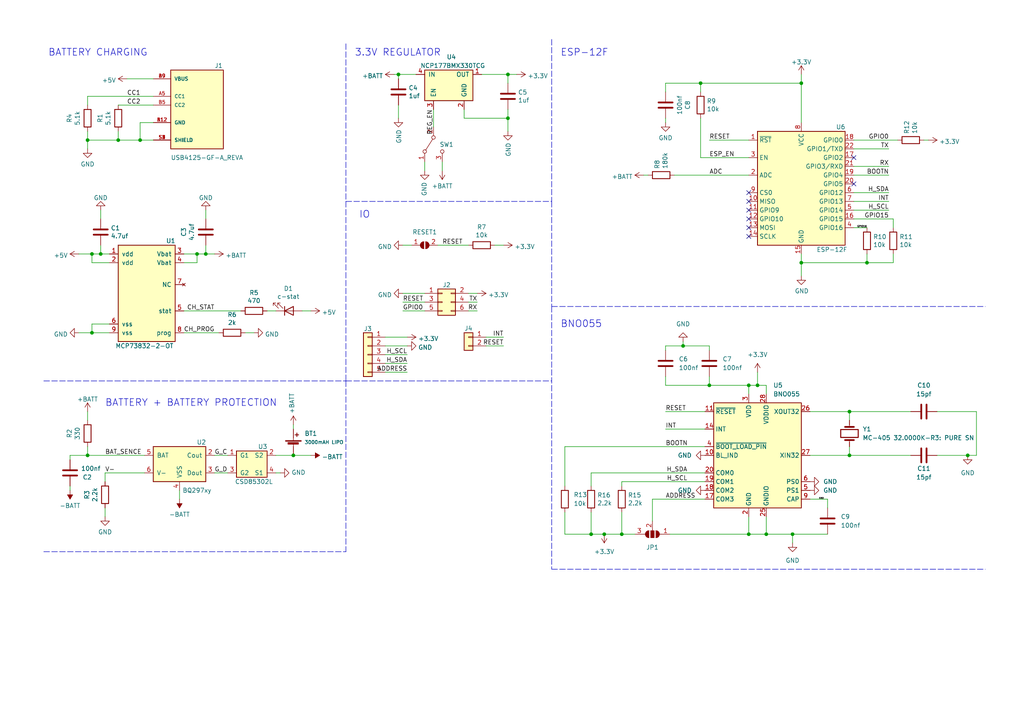
<source format=kicad_sch>
(kicad_sch (version 20211123) (generator eeschema)
  (paper "A4")
  (title_block (title "slime_minimax with bno055") (date "2022-11-16") (rev "a"))
  (lib_symbols
    (symbol "Battery_Management:BQ297xy" (pin_names (offset 1.016))
      (property "Reference" "U" (at -6.35 6.35 0))
      (property "Value" "BQ297xy" (at 5.08 -6.35 0))
      (symbol "BQ297xy_0_1"
        (rectangle (start -7.62 5.08) (end 7.62 -5.08) (stroke (width 0.254)) (fill (type background)))
      )
      (symbol "BQ297xy_1_1"
        (pin no_connect line (at 7.62 0 180) (length 2.54) hide (name "NC") (number "1"))
        (pin output line (at 10.16 2.54 180) (length 2.54) (name "Cout") (number "2"))
        (pin output line (at 10.16 -2.54 180) (length 2.54) (name "Dout") (number "3"))
        (pin power_in line (at 0 -7.62 90) (length 2.54) (name "VSS") (number "4"))
        (pin input line (at -10.16 2.54 0) (length 2.54) (name "BAT") (number "5"))
        (pin input line (at -10.16 -2.54 0) (length 2.54) (name "V-") (number "6"))
      )
    )
    (symbol "Connector_Generic:Conn_01x02" (pin_names (offset 1.016) hide)
      (property "Reference" "J" (at 0 2.54 0))
      (property "Value" "Conn_01x02" (at 0 -5.08 0))
      (symbol "Conn_01x02_1_1"
        (rectangle (start -1.27 -2.413) (end 0 -2.667) (stroke (width 0.1524)))
        (rectangle (start -1.27 0.127) (end 0 -0.127) (stroke (width 0.1524)))
        (rectangle (start -1.27 1.27) (end 1.27 -3.81) (stroke (width 0.254)) (fill (type background)))
        (pin passive line (at -5.08 0 0) (length 3.81) (name "Pin_1") (number "1"))
        (pin passive line (at -5.08 -2.54 0) (length 3.81) (name "Pin_2") (number "2"))
      )
    )
    (symbol "Connector_Generic:Conn_01x05" (pin_names (offset 1.016) hide)
      (property "Reference" "J" (at 0 7.62 0))
      (property "Value" "Conn_01x05" (at 0 -7.62 0))
      (symbol "Conn_01x05_1_1"
        (rectangle (start -1.27 -4.953) (end 0 -5.207) (stroke (width 0.1524)))
        (rectangle (start -1.27 -2.413) (end 0 -2.667) (stroke (width 0.1524)))
        (rectangle (start -1.27 0.127) (end 0 -0.127) (stroke (width 0.1524)))
        (rectangle (start -1.27 2.667) (end 0 2.413) (stroke (width 0.1524)))
        (rectangle (start -1.27 5.207) (end 0 4.953) (stroke (width 0.1524)))
        (rectangle (start -1.27 6.35) (end 1.27 -6.35) (stroke (width 0.254)) (fill (type background)))
        (pin passive line (at -5.08 5.08 0) (length 3.81) (name "Pin_1") (number "1"))
        (pin passive line (at -5.08 2.54 0) (length 3.81) (name "Pin_2") (number "2"))
        (pin passive line (at -5.08 0 0) (length 3.81) (name "Pin_3") (number "3"))
        (pin passive line (at -5.08 -2.54 0) (length 3.81) (name "Pin_4") (number "4"))
        (pin passive line (at -5.08 -5.08 0) (length 3.81) (name "Pin_5") (number "5"))
      )
    )
    (symbol "Connector_Generic:Conn_02x03_Odd_Even" (pin_names (offset 1.016) hide)
      (property "Reference" "J" (at 1.27 5.08 0))
      (property "Value" "Conn_02x03_Odd_Even" (at 1.27 -5.08 0))
      (symbol "Conn_02x03_Odd_Even_1_1"
        (rectangle (start -1.27 -2.413) (end 0 -2.667) (stroke (width 0.1524)))
        (rectangle (start -1.27 0.127) (end 0 -0.127) (stroke (width 0.1524)))
        (rectangle (start -1.27 2.667) (end 0 2.413) (stroke (width 0.1524)))
        (rectangle (start -1.27 3.81) (end 3.81 -3.81) (stroke (width 0.254)) (fill (type background)))
        (rectangle (start 3.81 -2.413) (end 2.54 -2.667) (stroke (width 0.1524)))
        (rectangle (start 3.81 0.127) (end 2.54 -0.127) (stroke (width 0.1524)))
        (rectangle (start 3.81 2.667) (end 2.54 2.413) (stroke (width 0.1524)))
        (pin passive line (at -5.08 2.54 0) (length 3.81) (name "Pin_1") (number "1"))
        (pin passive line (at 7.62 2.54 180) (length 3.81) (name "Pin_2") (number "2"))
        (pin passive line (at -5.08 0 0) (length 3.81) (name "Pin_3") (number "3"))
        (pin passive line (at 7.62 0 180) (length 3.81) (name "Pin_4") (number "4"))
        (pin passive line (at -5.08 -2.54 0) (length 3.81) (name "Pin_5") (number "5"))
        (pin passive line (at 7.62 -2.54 180) (length 3.81) (name "Pin_6") (number "6"))
      )
    )
    (symbol "Device:Battery_Cell" (pin_numbers hide) (pin_names (offset 0) hide)
      (property "Reference" "BT" (at 2.54 2.54 0))
      (property "Value" "Battery_Cell" (at 2.54 0 0))
      (symbol "Battery_Cell_0_1"
        (rectangle (start -2.286 1.778) (end 2.286 1.524) (fill (type outline)))
        (rectangle (start -1.5748 1.1938) (end 1.4732 0.6858) (fill (type outline)))
        (polyline (pts (xy 0 0.762) (xy 0 0)))
        (polyline (pts (xy 0 1.778) (xy 0 2.54)))
        (polyline (pts (xy 0.508 3.429) (xy 1.524 3.429)) (stroke (width 0.254)))
        (polyline (pts (xy 1.016 3.937) (xy 1.016 2.921)) (stroke (width 0.254)))
      )
      (symbol "Battery_Cell_1_1"
        (pin passive line (at 0 5.08 270) (length 2.54) (name "+") (number "1"))
        (pin passive line (at 0 -2.54 90) (length 2.54) (name "-") (number "2"))
      )
    )
    (symbol "Device:C" (pin_numbers hide) (pin_names (offset 0.254))
      (property "Reference" "C" (at 0.635 2.54 0))
      (property "Value" "C" (at 0.635 -2.54 0))
      (symbol "C_0_1"
        (polyline (pts (xy -2.032 -0.762) (xy 2.032 -0.762)) (stroke (width 0.508)))
        (polyline (pts (xy -2.032 0.762) (xy 2.032 0.762)) (stroke (width 0.508)))
      )
      (symbol "C_1_1"
        (pin passive line (at 0 3.81 270) (length 2.794) (name "~") (number "1"))
        (pin passive line (at 0 -3.81 90) (length 2.794) (name "~") (number "2"))
      )
    )
    (symbol "Device:Crystal" (pin_numbers hide) (pin_names (offset 1.016) hide)
      (property "Reference" "Y" (at 0 3.81 0))
      (property "Value" "Crystal" (at 0 -3.81 0))
      (symbol "Crystal_0_1"
        (rectangle (start -1.143 2.54) (end 1.143 -2.54) (stroke (width 0.3048)))
        (polyline (pts (xy -2.54 0) (xy -1.905 0)))
        (polyline (pts (xy -1.905 -1.27) (xy -1.905 1.27)) (stroke (width 0.508)))
        (polyline (pts (xy 1.905 -1.27) (xy 1.905 1.27)) (stroke (width 0.508)))
        (polyline (pts (xy 2.54 0) (xy 1.905 0)))
      )
      (symbol "Crystal_1_1"
        (pin passive line (at -3.81 0 0) (length 1.27) (name "1") (number "1"))
        (pin passive line (at 3.81 0 180) (length 1.27) (name "2") (number "2"))
      )
    )
    (symbol "Device:LED" (pin_numbers hide) (pin_names (offset 1.016) hide)
      (property "Reference" "D" (at 0 2.54 0))
      (property "Value" "LED" (at 0 -2.54 0))
      (symbol "LED_0_1"
        (polyline (pts (xy -1.27 -1.27) (xy -1.27 1.27)) (stroke (width 0.254)))
        (polyline (pts (xy -1.27 0) (xy 1.27 0)))
        (polyline (pts (xy 1.27 -1.27) (xy 1.27 1.27) (xy -1.27 0) (xy 1.27 -1.27)) (stroke (width 0.254)))
        (polyline (pts (xy -3.048 -0.762) (xy -4.572 -2.286) (xy -3.81 -2.286) (xy -4.572 -2.286) (xy -4.572 -1.524)))
        (polyline (pts (xy -1.778 -0.762) (xy -3.302 -2.286) (xy -2.54 -2.286) (xy -3.302 -2.286) (xy -3.302 -1.524)))
      )
      (symbol "LED_1_1"
        (pin passive line (at -3.81 0 0) (length 2.54) (name "K") (number "1"))
        (pin passive line (at 3.81 0 180) (length 2.54) (name "A") (number "2"))
      )
    )
    (symbol "Device:R" (pin_numbers hide) (pin_names (offset 0))
      (property "Reference" "R" (at 2.032 0 90))
      (property "Value" "R" (at 0 0 90))
      (symbol "R_0_1"
        (rectangle (start -1.016 -2.54) (end 1.016 2.54) (stroke (width 0.254)))
      )
      (symbol "R_1_1"
        (pin passive line (at 0 3.81 270) (length 1.27) (name "~") (number "1"))
        (pin passive line (at 0 -3.81 90) (length 1.27) (name "~") (number "2"))
      )
    )
    (symbol "Jumper:SolderJumper_2_Open" (pin_names (offset 0) hide)
      (property "Reference" "JP" (at 0 2.032 0))
      (property "Value" "SolderJumper_2_Open" (at 0 -2.54 0))
      (symbol "SolderJumper_2_Open_0_1"
        (arc (start -0.254 1.016) (mid -1.27 0) (end -0.254 -1.016))
        (arc (start -0.254 1.016) (mid -1.27 0) (end -0.254 -1.016) (fill (type outline)))
        (polyline (pts (xy -0.254 1.016) (xy -0.254 -1.016)))
        (polyline (pts (xy 0.254 1.016) (xy 0.254 -1.016)))
        (arc (start 0.254 -1.016) (mid 1.27 0) (end 0.254 1.016))
        (arc (start 0.254 -1.016) (mid 1.27 0) (end 0.254 1.016) (fill (type outline)))
      )
      (symbol "SolderJumper_2_Open_1_1"
        (pin passive line (at -3.81 0 0) (length 2.54) (name "A") (number "1"))
        (pin passive line (at 3.81 0 180) (length 2.54) (name "B") (number "2"))
      )
    )
    (symbol "Jumper:SolderJumper_3_Open" (pin_names (offset 0) hide)
      (property "Reference" "JP" (at -2.54 -2.54 0))
      (property "Value" "SolderJumper_3_Open" (at 0 2.794 0))
      (symbol "SolderJumper_3_Open_0_1"
        (arc (start -1.016 1.016) (mid -2.032 0) (end -1.016 -1.016))
        (arc (start -1.016 1.016) (mid -2.032 0) (end -1.016 -1.016) (fill (type outline)))
        (rectangle (start -0.508 1.016) (end 0.508 -1.016) (fill (type outline)))
        (polyline (pts (xy -2.54 0) (xy -2.032 0)))
        (polyline (pts (xy -1.016 1.016) (xy -1.016 -1.016)))
        (polyline (pts (xy 0 -1.27) (xy 0 -1.016)))
        (polyline (pts (xy 1.016 1.016) (xy 1.016 -1.016)))
        (polyline (pts (xy 2.54 0) (xy 2.032 0)))
        (arc (start 1.016 -1.016) (mid 2.032 0) (end 1.016 1.016))
        (arc (start 1.016 -1.016) (mid 2.032 0) (end 1.016 1.016) (fill (type outline)))
      )
      (symbol "SolderJumper_3_Open_1_1"
        (pin passive line (at -5.08 0 0) (length 2.54) (name "A") (number "1"))
        (pin passive line (at 0 -3.81 90) (length 2.54) (name "C") (number "2"))
        (pin passive line (at 5.08 0 180) (length 2.54) (name "B") (number "3"))
      )
    )
    (symbol "RF_Module:ESP-12E"
      (property "Reference" "U" (at -12.7 19.05 0))
      (property "Value" "ESP-12E" (at 12.7 19.05 0))
      (symbol "ESP-12E_0_1"
        (rectangle (start -12.7 17.78) (end 12.7 -15.24) (stroke (width 0.254)) (fill (type background)))
      )
      (symbol "ESP-12E_1_1"
        (pin input line (at -15.24 15.24 0) (length 2.54) (name "~{RST}") (number "1"))
        (pin bidirectional line (at -15.24 -2.54 0) (length 2.54) (name "MISO") (number "10"))
        (pin bidirectional line (at -15.24 -5.08 0) (length 2.54) (name "GPIO9") (number "11"))
        (pin bidirectional line (at -15.24 -7.62 0) (length 2.54) (name "GPIO10") (number "12"))
        (pin bidirectional line (at -15.24 -10.16 0) (length 2.54) (name "MOSI") (number "13"))
        (pin bidirectional line (at -15.24 -12.7 0) (length 2.54) (name "SCLK") (number "14"))
        (pin power_in line (at 0 -17.78 90) (length 2.54) (name "GND") (number "15"))
        (pin bidirectional line (at 15.24 -7.62 180) (length 2.54) (name "GPIO15") (number "16"))
        (pin bidirectional line (at 15.24 10.16 180) (length 2.54) (name "GPIO2") (number "17"))
        (pin bidirectional line (at 15.24 15.24 180) (length 2.54) (name "GPIO0") (number "18"))
        (pin bidirectional line (at 15.24 5.08 180) (length 2.54) (name "GPIO4") (number "19"))
        (pin input line (at -15.24 5.08 0) (length 2.54) (name "ADC") (number "2"))
        (pin bidirectional line (at 15.24 2.54 180) (length 2.54) (name "GPIO5") (number "20"))
        (pin bidirectional line (at 15.24 7.62 180) (length 2.54) (name "GPIO3/RXD") (number "21"))
        (pin bidirectional line (at 15.24 12.7 180) (length 2.54) (name "GPIO1/TXD") (number "22"))
        (pin input line (at -15.24 10.16 0) (length 2.54) (name "EN") (number "3"))
        (pin bidirectional line (at 15.24 -10.16 180) (length 2.54) (name "GPIO16") (number "4"))
        (pin bidirectional line (at 15.24 -5.08 180) (length 2.54) (name "GPIO14") (number "5"))
        (pin bidirectional line (at 15.24 0 180) (length 2.54) (name "GPIO12") (number "6"))
        (pin bidirectional line (at 15.24 -2.54 180) (length 2.54) (name "GPIO13") (number "7"))
        (pin power_in line (at 0 20.32 270) (length 2.54) (name "VCC") (number "8"))
        (pin input line (at -15.24 0 0) (length 2.54) (name "CS0") (number "9"))
      )
    )
    (symbol "Sensor_Motion:BNO055"
      (property "Reference" "U" (at -11.43 16.51 0))
      (property "Value" "BNO055" (at 12.7 16.51 0))
      (symbol "BNO055_0_1"
        (rectangle (start -12.7 15.24) (end 12.7 -15.24) (stroke (width 0.254)) (fill (type background)))
      )
      (symbol "BNO055_1_1"
        (pin no_connect line (at -12.7 10.16 0) (length 2.54) hide (name "PIN1") (number "1"))
        (pin output line (at -15.24 0 0) (length 2.54) (name "BL_IND") (number "10"))
        (pin input line (at -15.24 12.7 0) (length 2.54) (name "~{RESET}") (number "11"))
        (pin no_connect line (at 12.7 10.16 180) (length 2.54) hide (name "PIN12") (number "12"))
        (pin no_connect line (at 12.7 7.62 180) (length 2.54) hide (name "PIN13") (number "13"))
        (pin output line (at -15.24 7.62 0) (length 2.54) (name "INT") (number "14"))
        (pin passive line (at 2.54 -17.78 90) (length 2.54) hide (name "GNDIO") (number "15"))
        (pin passive line (at 2.54 -17.78 90) (length 2.54) hide (name "GNDIO") (number "16"))
        (pin input line (at -15.24 -12.7 0) (length 2.54) (name "COM3") (number "17"))
        (pin bidirectional line (at -15.24 -10.16 0) (length 2.54) (name "COM2") (number "18"))
        (pin bidirectional line (at -15.24 -7.62 0) (length 2.54) (name "COM1") (number "19"))
        (pin power_in line (at -2.54 -17.78 90) (length 2.54) (name "GND") (number "2"))
        (pin bidirectional line (at -15.24 -5.08 0) (length 2.54) (name "COM0") (number "20"))
        (pin no_connect line (at 12.7 5.08 180) (length 2.54) hide (name "PIN21") (number "21"))
        (pin no_connect line (at 12.7 2.54 180) (length 2.54) hide (name "PIN22") (number "22"))
        (pin no_connect line (at 12.7 -2.54 180) (length 2.54) hide (name "PIN23") (number "23"))
        (pin no_connect line (at 12.7 -5.08 180) (length 2.54) hide (name "PIN24") (number "24"))
        (pin power_in line (at 2.54 -17.78 90) (length 2.54) (name "GNDIO") (number "25"))
        (pin output line (at 15.24 12.7 180) (length 2.54) (name "XOUT32") (number "26"))
        (pin input line (at 15.24 0 180) (length 2.54) (name "XIN32") (number "27"))
        (pin power_in line (at 2.54 17.78 270) (length 2.54) (name "VDDIO") (number "28"))
        (pin power_in line (at -2.54 17.78 270) (length 2.54) (name "VDD") (number "3"))
        (pin input line (at -15.24 2.54 0) (length 2.54) (name "~{BOOT_LOAD_PIN}") (number "4"))
        (pin input line (at 15.24 -10.16 180) (length 2.54) (name "PS1") (number "5"))
        (pin input line (at 15.24 -7.62 180) (length 2.54) (name "PS0") (number "6"))
        (pin no_connect line (at -12.7 5.08 0) (length 2.54) hide (name "PIN7") (number "7"))
        (pin no_connect line (at -12.7 -2.54 0) (length 2.54) hide (name "PIN8") (number "8"))
        (pin passive line (at 15.24 -12.7 180) (length 2.54) (name "CAP") (number "9"))
      )
    )
    (symbol "Switch:SW_SPDT" (pin_names (offset 0) hide)
      (property "Reference" "SW" (at 0 4.318 0))
      (property "Value" "SW_SPDT" (at 0 -5.08 0))
      (symbol "SW_SPDT_0_0"
        (circle (center -2.032 0) (radius 0.508))
        (circle (center 2.032 -2.54) (radius 0.508))
      )
      (symbol "SW_SPDT_0_1"
        (polyline (pts (xy -1.524 0.254) (xy 1.651 2.286)))
        (circle (center 2.032 2.54) (radius 0.508))
      )
      (symbol "SW_SPDT_1_1"
        (pin passive line (at 5.08 2.54 180) (length 2.54) (name "A") (number "1"))
        (pin passive line (at -5.08 0 0) (length 2.54) (name "B") (number "2"))
        (pin passive line (at 5.08 -2.54 180) (length 2.54) (name "C") (number "3"))
      )
    )
    (symbol "power:+3.3V" (power) (pin_names (offset 0))
      (property "Value" "+3.3V" (at 0 3.556 0))
      (symbol "+3.3V_0_1"
        (polyline (pts (xy -0.762 1.27) (xy 0 2.54)))
        (polyline (pts (xy 0 0) (xy 0 2.54)))
        (polyline (pts (xy 0 2.54) (xy 0.762 1.27)))
      )
      (symbol "+3.3V_1_1"
        (pin power_in line (at 0 0 90) (length 0) hide (name "+3.3V") (number "1"))
      )
    )
    (symbol "power:+5V" (power) (pin_names (offset 0))
      (property "Value" "+5V" (at 0 3.556 0))
      (symbol "+5V_0_1"
        (polyline (pts (xy -0.762 1.27) (xy 0 2.54)))
        (polyline (pts (xy 0 0) (xy 0 2.54)))
        (polyline (pts (xy 0 2.54) (xy 0.762 1.27)))
      )
      (symbol "+5V_1_1"
        (pin power_in line (at 0 0 90) (length 0) hide (name "+5V") (number "1"))
      )
    )
    (symbol "power:+BATT" (power) (pin_names (offset 0))
      (property "Value" "+BATT" (at 0 3.556 0))
      (symbol "+BATT_0_1"
        (polyline (pts (xy -0.762 1.27) (xy 0 2.54)))
        (polyline (pts (xy 0 0) (xy 0 2.54)))
        (polyline (pts (xy 0 2.54) (xy 0.762 1.27)))
      )
      (symbol "+BATT_1_1"
        (pin power_in line (at 0 0 90) (length 0) hide (name "+BATT") (number "1"))
      )
    )
    (symbol "power:-BATT" (power) (pin_names (offset 0))
      (property "Value" "-BATT" (at 0 3.556 0))
      (symbol "-BATT_0_1"
        (polyline (pts (xy 0 0) (xy 0 2.54)))
        (polyline (pts (xy 0.762 1.27) (xy -0.762 1.27) (xy 0 2.54) (xy 0.762 1.27)) (fill (type outline)))
      )
      (symbol "-BATT_1_1"
        (pin power_in line (at 0 0 90) (length 0) hide (name "-BATT") (number "1"))
      )
    )
    (symbol "power:GND" (power) (pin_names (offset 0))
      (property "Value" "GND" (at 0 -3.81 0))
      (symbol "GND_0_1"
        (polyline (pts (xy 0 0) (xy 0 -1.27) (xy 1.27 -1.27) (xy 0 -2.54) (xy -1.27 -1.27) (xy 0 -1.27)))
      )
      (symbol "GND_1_1"
        (pin power_in line (at 0 0 270) (length 0) hide (name "GND") (number "1"))
      )
    )
    (symbol "slime-rescue:CSD85302L-Transistor_FET" (pin_names (offset 1.016))
      (property "Reference" "U" (at 0 0 0))
      (property "Value" "CSD85302L-Transistor_FET" (at 0 0 0))
      (symbol "CSD85302L-Transistor_FET_0_1"
        (rectangle (start -5.08 -3.81) (end 3.81 -11.43) (stroke (width 0.254)) (fill (type background)))
      )
      (symbol "CSD85302L-Transistor_FET_1_1"
        (pin input line (at -7.62 -5.08 0) (length 2.54) (name "G1") (number "1"))
        (pin input line (at 6.35 -5.08 180) (length 2.54) (name "S2") (number "2"))
        (pin input line (at -7.62 -10.16 0) (length 2.54) (name "G2") (number "3"))
        (pin input line (at 6.35 -10.16 180) (length 2.54) (name "S1") (number "4"))
      )
    )
    (symbol "slime-rescue:MCP73832-2-OT-Battery_Management" (pin_names (offset 1.016))
      (property "Reference" "U" (at -7.62 6.35 0))
      (property "Value" "MCP73832-2-OT-Battery_Management" (at 1.27 6.35 0))
      (symbol "MCP73832-2-OT-Battery_Management_0_1"
        (rectangle (start -7.62 5.08) (end 8.89 -22.86) (stroke (width 0.254)) (fill (type background)))
      )
      (symbol "MCP73832-2-OT-Battery_Management_1_1"
        (pin power_in line (at -10.16 2.54 0) (length 2.54) (name "vdd") (number "1"))
        (pin power_in line (at -10.16 0 0) (length 2.54) (name "vdd") (number "2"))
        (pin input line (at 11.43 2.54 180) (length 2.54) (name "Vbat") (number "3"))
        (pin input line (at 11.43 0 180) (length 2.54) (name "Vbat") (number "4"))
        (pin input line (at 11.43 -13.97 180) (length 2.54) (name "stat") (number "5"))
        (pin power_out line (at -10.16 -17.78 0) (length 2.54) (name "vss") (number "6"))
        (pin no_connect line (at 11.43 -6.35 180) (length 2.54) (name "NC") (number "7"))
        (pin input line (at 11.43 -20.32 180) (length 2.54) (name "prog") (number "8"))
        (pin power_out line (at -10.16 -20.32 0) (length 2.54) (name "vss") (number "9"))
      )
    )
    (symbol "slime-rescue:NCP177BMX330TCG-Regulator_Linear" (pin_names (offset 1.016))
      (property "Reference" "U" (at 1.27 8.89 0))
      (property "Value" "NCP177BMX330TCG-Regulator_Linear" (at 1.27 6.35 0))
      (symbol "NCP177BMX330TCG-Regulator_Linear_0_1"
        (rectangle (start -5.08 3.81) (end 8.89 -5.08) (stroke (width 0.254)) (fill (type background)))
      )
      (symbol "NCP177BMX330TCG-Regulator_Linear_1_1"
        (pin power_out line (at 11.43 2.54 180) (length 2.54) (name "OUT") (number "1"))
        (pin power_in line (at 6.35 -7.62 90) (length 2.54) (name "GND") (number "2"))
        (pin input line (at -2.54 -7.62 90) (length 2.54) (name "EN") (number "3"))
        (pin power_in line (at -7.62 2.54 0) (length 2.54) (name "IN") (number "4"))
      )
    )
    (symbol "slime-rescue:USB4125-GF-A_REVA-USB4125-GF-A_REVA" (pin_names (offset 1.016))
      (property "Reference" "J" (at -7.62 10.922 0))
      (property "Value" "USB4125-GF-A_REVA-USB4125-GF-A_REVA" (at -7.62 -13.462 0))
      (symbol "USB4125-GF-A_REVA-USB4125-GF-A_REVA_0_0"
        (rectangle (start -7.62 -12.7) (end 7.62 10.16) (stroke (width 0.254)) (fill (type background)))
        (pin power_in line (at -12.7 -5.08 0) (length 5.08) (name "GND") (number "A12"))
        (pin bidirectional line (at -12.7 2.54 0) (length 5.08) (name "CC1") (number "A5"))
        (pin power_in line (at -12.7 7.62 0) (length 5.08) (name "VBUS") (number "A9"))
        (pin power_in line (at -12.7 -5.08 0) (length 5.08) (name "GND") (number "B12"))
        (pin bidirectional line (at -12.7 0 0) (length 5.08) (name "CC2") (number "B5"))
        (pin power_in line (at -12.7 7.62 0) (length 5.08) (name "VBUS") (number "B9"))
        (pin passive line (at -12.7 -10.16 0) (length 5.08) (name "SHIELD") (number "S1"))
        (pin passive line (at -12.7 -10.16 0) (length 5.08) (name "SHIELD") (number "S2"))
        (pin passive line (at -12.7 -10.16 0) (length 5.08) (name "SHIELD") (number "S3"))
        (pin passive line (at -12.7 -10.16 0) (length 5.08) (name "SHIELD") (number "S4"))
      )
    )
  )
  (junction (at 29.21 73.66))
  (junction (at 219.71 111.76))
  (junction (at 246.38 132.08))
  (junction (at 217.17 154.94))
  (junction (at 175.26 154.94))
  (junction (at 59.69 73.66))
  (junction (at 85.09 132.08))
  (junction (at 26.67 73.66))
  (junction (at 25.4 132.08))
  (junction (at 26.67 96.52))
  (junction (at 203.2 24.13))
  (junction (at 251.46 76.2))
  (junction (at 171.45 154.94))
  (junction (at 217.17 111.76))
  (junction (at 57.15 73.66))
  (junction (at 198.12 100.33))
  (junction (at 280.67 132.08))
  (junction (at 147.32 21.59))
  (junction (at 246.38 119.38))
  (junction (at 222.25 154.94))
  (junction (at 34.29 40.64))
  (junction (at 25.4 40.64))
  (junction (at 147.32 34.29))
  (junction (at 232.41 24.13))
  (junction (at 229.87 154.94))
  (junction (at 40.64 40.64))
  (junction (at 115.57 21.59))
  (junction (at 205.74 111.76))
  (junction (at 232.41 76.2))
  (junction (at 180.34 154.94))
  (no_connect (at 217.17 66.04))
  (no_connect (at 217.17 55.88))
  (no_connect (at 247.65 53.34))
  (no_connect (at 217.17 68.58))
  (no_connect (at 217.17 60.96))
  (no_connect (at 217.17 63.5))
  (no_connect (at 247.65 45.72))
  (no_connect (at 217.17 58.42))
  (wire (pts (xy 147.32 21.59) (xy 149.86 21.59)))
  (wire (pts (xy 57.15 73.66) (xy 57.15 76.2)))
  (wire (pts (xy 62.23 132.08) (xy 66.04 132.08)))
  (wire (pts (xy 59.69 73.66) (xy 62.23 73.66)))
  (wire (pts (xy 229.87 154.94) (xy 222.25 154.94)))
  (wire (pts (xy 36.83 22.86) (xy 44.45 22.86)))
  (wire (pts (xy 147.32 31.75) (xy 147.32 34.29)))
  (wire (pts (xy 123.19 46.99) (xy 123.19 49.53)))
  (wire (pts (xy 247.65 58.42) (xy 257.81 58.42)))
  (wire (pts (xy 115.57 30.48) (xy 115.57 34.29)))
  (wire (pts (xy 247.65 55.88) (xy 257.81 55.88)))
  (wire (pts (xy 25.4 40.64) (xy 34.29 40.64)))
  (polyline (pts (xy 160.02 11.43) (xy 160.02 58.42)))
  (wire (pts (xy 53.34 96.52) (xy 63.5 96.52)))
  (wire (pts (xy 193.04 124.46) (xy 204.47 124.46)))
  (wire (pts (xy 259.08 76.2) (xy 259.08 73.66)))
  (wire (pts (xy 31.75 93.98) (xy 26.67 93.98)))
  (wire (pts (xy 147.32 24.13) (xy 147.32 21.59)))
  (wire (pts (xy 128.27 46.99) (xy 128.27 49.53)))
  (wire (pts (xy 62.23 137.16) (xy 66.04 137.16)))
  (wire (pts (xy 186.69 50.8) (xy 187.96 50.8)))
  (wire (pts (xy 29.21 60.96) (xy 29.21 63.5)))
  (wire (pts (xy 171.45 137.16) (xy 171.45 140.97)))
  (wire (pts (xy 193.04 100.33) (xy 198.12 100.33)))
  (wire (pts (xy 246.38 132.08) (xy 264.16 132.08)))
  (wire (pts (xy 247.65 66.04) (xy 251.46 66.04)))
  (wire (pts (xy 205.74 100.33) (xy 205.74 101.6)))
  (wire (pts (xy 87.63 90.17) (xy 90.17 90.17)))
  (wire (pts (xy 234.95 132.08) (xy 246.38 132.08)))
  (wire (pts (xy 116.84 87.63) (xy 123.19 87.63)))
  (wire (pts (xy 111.76 105.41) (xy 118.11 105.41)))
  (polyline (pts (xy 100.33 58.42) (xy 160.02 58.42)))
  (wire (pts (xy 143.51 71.12) (xy 146.05 71.12)))
  (polyline (pts (xy 100.33 110.49) (xy 100.33 160.02)))
  (wire (pts (xy 40.64 40.64) (xy 44.45 40.64)))
  (wire (pts (xy 232.41 21.59) (xy 232.41 24.13)))
  (wire (pts (xy 140.97 100.33) (xy 146.05 100.33)))
  (wire (pts (xy 205.74 111.76) (xy 193.04 111.76)))
  (wire (pts (xy 114.3 21.59) (xy 115.57 21.59)))
  (wire (pts (xy 80.01 132.08) (xy 85.09 132.08)))
  (polyline (pts (xy 100.33 110.49) (xy 160.02 110.49)))
  (wire (pts (xy 175.26 154.94) (xy 171.45 154.94)))
  (wire (pts (xy 34.29 38.1) (xy 34.29 40.64)))
  (wire (pts (xy 34.29 40.64) (xy 40.64 40.64)))
  (wire (pts (xy 229.87 154.94) (xy 229.87 157.48)))
  (wire (pts (xy 240.03 154.94) (xy 229.87 154.94)))
  (wire (pts (xy 140.97 97.79) (xy 146.05 97.79)))
  (wire (pts (xy 171.45 137.16) (xy 204.47 137.16)))
  (wire (pts (xy 247.65 40.64) (xy 260.35 40.64)))
  (wire (pts (xy 135.89 90.17) (xy 138.43 90.17)))
  (wire (pts (xy 116.84 85.09) (xy 123.19 85.09)))
  (wire (pts (xy 26.67 93.98) (xy 26.67 96.52)))
  (wire (pts (xy 53.34 76.2) (xy 57.15 76.2)))
  (wire (pts (xy 193.04 34.29) (xy 193.04 35.56)))
  (wire (pts (xy 217.17 154.94) (xy 222.25 154.94)))
  (wire (pts (xy 34.29 30.48) (xy 44.45 30.48)))
  (wire (pts (xy 217.17 111.76) (xy 205.74 111.76)))
  (wire (pts (xy 180.34 154.94) (xy 175.26 154.94)))
  (wire (pts (xy 267.97 40.64) (xy 269.24 40.64)))
  (wire (pts (xy 22.86 73.66) (xy 26.67 73.66)))
  (wire (pts (xy 205.74 111.76) (xy 205.74 109.22)))
  (polyline (pts (xy 160.02 88.9) (xy 160.02 165.1)))
  (wire (pts (xy 20.32 132.08) (xy 25.4 132.08)))
  (wire (pts (xy 22.86 96.52) (xy 26.67 96.52)))
  (wire (pts (xy 25.4 27.94) (xy 25.4 30.48)))
  (wire (pts (xy 116.84 71.12) (xy 119.38 71.12)))
  (wire (pts (xy 53.34 90.17) (xy 69.85 90.17)))
  (wire (pts (xy 232.41 73.66) (xy 232.41 76.2)))
  (wire (pts (xy 26.67 73.66) (xy 29.21 73.66)))
  (wire (pts (xy 20.32 140.97) (xy 20.32 142.24)))
  (wire (pts (xy 193.04 26.67) (xy 193.04 24.13)))
  (wire (pts (xy 283.21 119.38) (xy 271.78 119.38)))
  (wire (pts (xy 180.34 139.7) (xy 204.47 139.7)))
  (wire (pts (xy 26.67 73.66) (xy 26.67 76.2)))
  (polyline (pts (xy 12.7 160.02) (xy 100.33 160.02)))
  (wire (pts (xy 57.15 73.66) (xy 59.69 73.66)))
  (wire (pts (xy 219.71 111.76) (xy 217.17 111.76)))
  (polyline (pts (xy 100.33 12.7) (xy 100.33 110.49)))
  (wire (pts (xy 198.12 99.06) (xy 198.12 100.33)))
  (wire (pts (xy 25.4 132.08) (xy 41.91 132.08)))
  (wire (pts (xy 189.23 144.78) (xy 189.23 151.13)))
  (wire (pts (xy 30.48 137.16) (xy 41.91 137.16)))
  (wire (pts (xy 240.03 144.78) (xy 240.03 147.32)))
  (wire (pts (xy 234.95 119.38) (xy 246.38 119.38)))
  (polyline (pts (xy 160.02 88.9) (xy 285.75 88.9)))
  (wire (pts (xy 193.04 101.6) (xy 193.04 100.33)))
  (wire (pts (xy 25.4 38.1) (xy 25.4 40.64)))
  (wire (pts (xy 80.01 137.16) (xy 81.28 137.16)))
  (wire (pts (xy 115.57 21.59) (xy 120.65 21.59)))
  (wire (pts (xy 180.34 148.59) (xy 180.34 154.94)))
  (wire (pts (xy 171.45 148.59) (xy 171.45 154.94)))
  (wire (pts (xy 125.73 31.75) (xy 125.73 36.83)))
  (wire (pts (xy 171.45 154.94) (xy 163.83 154.94)))
  (wire (pts (xy 219.71 107.95) (xy 219.71 111.76)))
  (wire (pts (xy 163.83 129.54) (xy 163.83 140.97)))
  (wire (pts (xy 111.76 102.87) (xy 118.11 102.87)))
  (wire (pts (xy 116.84 90.17) (xy 123.19 90.17)))
  (wire (pts (xy 59.69 71.12) (xy 59.69 73.66)))
  (wire (pts (xy 30.48 137.16) (xy 30.48 139.7)))
  (polyline (pts (xy 160.02 165.1) (xy 285.75 165.1)))
  (wire (pts (xy 194.31 154.94) (xy 217.17 154.94)))
  (wire (pts (xy 134.62 34.29) (xy 147.32 34.29)))
  (wire (pts (xy 203.2 45.72) (xy 217.17 45.72)))
  (wire (pts (xy 217.17 149.86) (xy 217.17 154.94)))
  (wire (pts (xy 203.2 24.13) (xy 232.41 24.13)))
  (wire (pts (xy 115.57 21.59) (xy 115.57 22.86)))
  (wire (pts (xy 29.21 71.12) (xy 29.21 73.66)))
  (wire (pts (xy 222.25 114.3) (xy 222.25 111.76)))
  (wire (pts (xy 222.25 111.76) (xy 219.71 111.76)))
  (wire (pts (xy 85.09 132.08) (xy 90.17 132.08)))
  (wire (pts (xy 26.67 76.2) (xy 31.75 76.2)))
  (polyline (pts (xy 12.7 110.49) (xy 100.33 110.49)))
  (wire (pts (xy 85.09 123.19) (xy 85.09 124.46)))
  (wire (pts (xy 247.65 43.18) (xy 257.81 43.18)))
  (wire (pts (xy 203.2 24.13) (xy 203.2 26.67)))
  (wire (pts (xy 163.83 154.94) (xy 163.83 148.59)))
  (wire (pts (xy 25.4 40.64) (xy 25.4 43.18)))
  (wire (pts (xy 247.65 60.96) (xy 257.81 60.96)))
  (wire (pts (xy 193.04 111.76) (xy 193.04 109.22)))
  (wire (pts (xy 222.25 149.86) (xy 222.25 154.94)))
  (wire (pts (xy 180.34 139.7) (xy 180.34 140.97)))
  (polyline (pts (xy 160.02 58.42) (xy 160.02 88.9)))
  (wire (pts (xy 44.45 35.56) (xy 40.64 35.56)))
  (wire (pts (xy 29.21 73.66) (xy 31.75 73.66)))
  (wire (pts (xy 77.47 90.17) (xy 80.01 90.17)))
  (wire (pts (xy 163.83 129.54) (xy 204.47 129.54)))
  (wire (pts (xy 139.7 21.59) (xy 147.32 21.59)))
  (wire (pts (xy 283.21 119.38) (xy 283.21 132.08)))
  (wire (pts (xy 135.89 87.63) (xy 138.43 87.63)))
  (wire (pts (xy 198.12 100.33) (xy 205.74 100.33)))
  (wire (pts (xy 111.76 97.79) (xy 118.11 97.79)))
  (wire (pts (xy 147.32 34.29) (xy 147.32 38.1)))
  (wire (pts (xy 246.38 119.38) (xy 264.16 119.38)))
  (wire (pts (xy 205.74 40.64) (xy 217.17 40.64)))
  (wire (pts (xy 280.67 132.08) (xy 283.21 132.08)))
  (wire (pts (xy 259.08 63.5) (xy 259.08 66.04)))
  (wire (pts (xy 26.67 96.52) (xy 31.75 96.52)))
  (wire (pts (xy 71.12 96.52) (xy 73.66 96.52)))
  (wire (pts (xy 217.17 111.76) (xy 217.17 114.3)))
  (wire (pts (xy 247.65 50.8) (xy 257.81 50.8)))
  (wire (pts (xy 217.17 50.8) (xy 195.58 50.8)))
  (wire (pts (xy 53.34 73.66) (xy 57.15 73.66)))
  (wire (pts (xy 135.89 85.09) (xy 138.43 85.09)))
  (wire (pts (xy 25.4 119.38) (xy 25.4 121.92)))
  (wire (pts (xy 251.46 73.66) (xy 251.46 76.2)))
  (wire (pts (xy 247.65 63.5) (xy 259.08 63.5)))
  (wire (pts (xy 40.64 35.56) (xy 40.64 40.64)))
  (wire (pts (xy 25.4 129.54) (xy 25.4 132.08)))
  (wire (pts (xy 193.04 119.38) (xy 204.47 119.38)))
  (wire (pts (xy 247.65 48.26) (xy 257.81 48.26)))
  (wire (pts (xy 232.41 24.13) (xy 232.41 35.56)))
  (wire (pts (xy 204.47 144.78) (xy 189.23 144.78)))
  (wire (pts (xy 232.41 76.2) (xy 251.46 76.2)))
  (wire (pts (xy 59.69 60.96) (xy 59.69 63.5)))
  (wire (pts (xy 127 71.12) (xy 135.89 71.12)))
  (wire (pts (xy 234.95 144.78) (xy 240.03 144.78)))
  (wire (pts (xy 111.76 107.95) (xy 118.11 107.95)))
  (wire (pts (xy 134.62 31.75) (xy 134.62 34.29)))
  (wire (pts (xy 193.04 24.13) (xy 203.2 24.13)))
  (wire (pts (xy 246.38 129.54) (xy 246.38 132.08)))
  (wire (pts (xy 232.41 76.2) (xy 232.41 80.01)))
  (wire (pts (xy 52.07 142.24) (xy 52.07 144.78)))
  (wire (pts (xy 30.48 147.32) (xy 30.48 149.86)))
  (wire (pts (xy 203.2 34.29) (xy 203.2 45.72)))
  (wire (pts (xy 246.38 119.38) (xy 246.38 121.92)))
  (wire (pts (xy 111.76 100.33) (xy 118.11 100.33)))
  (wire (pts (xy 184.15 154.94) (xy 180.34 154.94)))
  (wire (pts (xy 251.46 76.2) (xy 259.08 76.2)))
  (wire (pts (xy 44.45 27.94) (xy 25.4 27.94)))
  (wire (pts (xy 20.32 132.08) (xy 20.32 133.35)))
  (wire (pts (xy 271.78 132.08) (xy 280.67 132.08)))
  (text "3.3V REGULATOR" (at 102.87 16.51 0) (effects (font (size 2 2)) (justify left bottom)))
  (text "ESP-12F" (at 162.56 16.51 0) (effects (font (size 2 2)) (justify left bottom)))
  (text "BATTERY CHARGING" (at 13.97 16.51 0) (effects (font (size 2 2)) (justify left bottom)))
  (text "BNO055\n" (at 162.56 95.25 0) (effects (font (size 2 2)) (justify left bottom)))
  (text "BATTERY + BATTERY PROTECTION" (at 30.48 118.11 0) (effects (font (size 2 2)) (justify left bottom)))
  (text "IO" (at 104.14 63.5 0) (effects (font (size 2 2)) (justify left bottom)))
  (label "INT" (at 193.04 124.46 0))
  (label "INT" (at 257.81 58.42 180))
  (label "GPIO0" (at 257.81 40.64 180))
  (label "RESET" (at 146.05 100.33 180))
  (label "BOOTN" (at 257.81 50.8 180))
  (label "REG_EN" (at 125.73 31.75 270))
  (label "G_D" (at 62.23 137.16 0))
  (label "BAT_SENCE" (at 30.48 132.08 0))
  (label "INT" (at 146.05 97.79 180))
  (label "RESET" (at 116.84 87.63 0))
  (label "GPIO16" (at 251.46 66.04 180) (effects (font (size 0.5 0.5))))
  (label "CH_STAT" (at 62.23 90.17 180))
  (label "RESET" (at 128.27 71.12 0))
  (label "RESET" (at 205.74 40.64 0))
  (label "CC2" (at 36.83 30.48 0))
  (label "ESP_EN" (at 205.74 45.72 0))
  (label "H_SCL" (at 118.11 102.87 180))
  (label "ADC" (at 205.74 50.8 0))
  (label "H_SDA" (at 118.11 105.41 180))
  (label "CH_PROG" (at 62.23 96.52 180))
  (label "ADDRESS" (at 118.11 107.95 180))
  (label "TX" (at 138.43 87.63 180))
  (label "H_SCL" (at 199.39 139.7 180))
  (label "cap" (at 237.49 144.78 0) (effects (font (size 0.5 0.5))))
  (label "V-" (at 30.48 137.16 0))
  (label "H_SCL" (at 257.81 60.96 180))
  (label "GPIO0" (at 116.84 90.17 0))
  (label "ADDRESS" (at 193.04 144.78 0))
  (label "CC1" (at 36.83 27.94 0))
  (label "RX" (at 257.81 48.26 180))
  (label "TX" (at 257.81 43.18 180))
  (label "RESET" (at 193.04 119.38 0))
  (label "H_SDA" (at 199.39 137.16 180))
  (label "GPIO15" (at 257.81 63.5 180))
  (label "RX" (at 138.43 90.17 180))
  (label "G_C" (at 62.23 132.08 0))
  (label "BOOTN" (at 193.04 129.54 0))
  (label "H_SDA" (at 257.81 55.88 180))
  (symbol (lib_id "slime-rescue:MCP73832-2-OT-Battery_Management") (at 41.91 76.2 0) (unit 1)
    (property "Reference" "U1" (at 49.53 69.85 0))
    (property "Value" "MCP73832-2-OT" (at 41.91 100.33 0))
    (property "Footprint" "Package_DFN_QFN:DFN-8-1EP_2x3mm_P0.5mm_EP0.61x2.2mm" (effects hide))
    (property "Datasheet" "http://ww1.microchip.com/downloads/en/DeviceDoc/20001984g.pdf" (effects hide))
  )
  (symbol (lib_id "Device:Battery_Cell") (at 85.09 129.54 0) (unit 1)
    (property "Reference" "BT1" (at 90.17 125.73 0))
    (property "Value" "3000mAH LIPO" (at 93.98 128.27 0) (effects (font (size 1 1))))
  )
  (symbol (lib_id "Device:R") (at 67.31 96.52 270) (unit 1)
    (property "Reference" "R6" (at 67.31 91.2622 90))
    (property "Value" "2k" (at 67.31 93.5736 90))
    (property "Footprint" "Resistor_SMD:R_0402_1005Metric" (effects hide))
  )
  (symbol (lib_id "Device:R") (at 73.66 90.17 270) (unit 1)
    (property "Reference" "R5" (at 73.66 84.9122 90))
    (property "Value" "470" (at 73.66 87.2236 90))
    (property "Footprint" "Resistor_SMD:R_0402_1005Metric" (effects hide))
  )
  (symbol (lib_id "Device:LED") (at 83.82 90.17 0) (mirror x) (unit 1)
    (property "Reference" "D1" (at 83.6422 83.693 0))
    (property "Value" "c-stat" (at 83.6422 86.0044 0))
    (property "Footprint" "Diode_SMD:D_1206_3216Metric" (effects hide))
  )
  (symbol (lib_id "Device:C") (at 29.21 67.31 0) (unit 1)
    (property "Reference" "C1" (at 32.131 66.1416 0) (effects (justify left)))
    (property "Value" "4.7uf" (at 32.131 68.453 0) (effects (justify left)))
    (property "Footprint" "Capacitor_SMD:C_0603_1608Metric" (effects hide))
  )
  (symbol (lib_id "Device:C") (at 59.69 67.31 0) (mirror x) (unit 1)
    (property "Reference" "C3" (at 53.2892 67.31 90))
    (property "Value" "4.7uf" (at 55.6006 67.31 90))
    (property "Footprint" "Capacitor_SMD:C_0603_1608Metric" (effects hide))
  )
  (symbol (lib_id "slime-rescue:USB4125-GF-A_REVA-USB4125-GF-A_REVA") (at 57.15 30.48 0) (unit 1)
    (property "Reference" "J1" (at 62.23 19.05 0) (effects (justify left)))
    (property "Value" "USB4125-GF-A_REVA" (at 49.53 45.72 0) (effects (justify left)))
    (property "Footprint" "Connector_USB:GCT_USB4125-GF-A_REVA" (effects hide))
    (property "MANUFACTURER" "GCT" (effects hide))
    (property "STANDARD" "Manufacturer Recommendations" (effects hide))
    (property "PARTREV" "Rev A" (effects hide))
    (property "MAXIMUM_PACKAGE_HEIGHT" "3.16 mm" (effects hide))
  )
  (symbol (lib_id "Device:R") (at 25.4 34.29 0) (unit 1)
    (property "Reference" "R4" (at 20.1422 34.29 90))
    (property "Value" "5.1k" (at 22.4536 34.29 90))
    (property "Footprint" "Resistor_SMD:R_0402_1005Metric" (effects hide))
  )
  (symbol (lib_id "Device:R") (at 34.29 34.29 0) (unit 1)
    (property "Reference" "R1" (at 29.0322 34.29 90))
    (property "Value" "5.1k" (at 31.3436 34.29 90))
    (property "Footprint" "Resistor_SMD:R_0402_1005Metric" (effects hide))
  )
  (symbol (lib_id "Device:R") (at 171.45 144.78 0) (unit 1)
    (property "Reference" "R16" (at 173.228 143.6116 0) (effects (justify left)))
    (property "Value" "2.2k" (at 173.228 145.923 0) (effects (justify left)))
    (property "Footprint" "Resistor_SMD:R_0402_1005Metric" (effects hide))
  )
  (symbol (lib_id "Device:R") (at 180.34 144.78 0) (unit 1)
    (property "Reference" "R15" (at 182.118 143.6116 0) (effects (justify left)))
    (property "Value" "2.2k" (at 182.118 145.923 0) (effects (justify left)))
    (property "Footprint" "Resistor_SMD:R_0402_1005Metric" (effects hide))
  )
  (symbol (lib_id "Device:R") (at 191.77 50.8 90) (unit 1)
    (property "Reference" "R8" (at 190.6016 49.022 0) (effects (justify left)))
    (property "Value" "180k" (at 192.913 49.022 0) (effects (justify left)))
    (property "Footprint" "Resistor_SMD:R_0402_1005Metric" (effects hide))
  )
  (symbol (lib_id "Device:R") (at 139.7 71.12 270) (unit 1)
    (property "Reference" "R7" (at 139.7 65.8622 90))
    (property "Value" "10k" (at 139.7 68.1736 90))
    (property "Footprint" "Resistor_SMD:R_0402_1005Metric" (effects hide))
  )
  (symbol (lib_id "RF_Module:ESP-12E") (at 232.41 55.88 0) (unit 1)
    (property "Reference" "U6" (at 243.84 36.83 0))
    (property "Value" "ESP-12F" (at 241.3 72.39 0))
    (property "Footprint" "RF_Module:ESP-12E" (effects hide))
    (property "Datasheet" "http://wiki.ai-thinker.com/_media/esp8266/esp8266_series_modules_user_manual_v1.1.pdf" (effects hide))
  )
  (symbol (lib_id "power:GND") (at 232.41 80.01 0) (unit 1)
    (property "Reference" "#PWR014" (effects hide))
    (property "Value" "GND" (at 232.537 84.4042 0))
  )
  (symbol (lib_id "Device:C") (at 193.04 30.48 180) (unit 1)
    (property "Reference" "C8" (at 199.4408 30.48 90))
    (property "Value" "100nf" (at 197.1294 30.48 90))
    (property "Footprint" "Capacitor_SMD:C_0402_1005Metric" (effects hide))
  )
  (symbol (lib_id "Device:R") (at 203.2 30.48 0) (unit 1)
    (property "Reference" "R9" (at 204.978 29.3116 0) (effects (justify left)))
    (property "Value" "10k" (at 204.978 31.623 0) (effects (justify left)))
    (property "Footprint" "Resistor_SMD:R_0402_1005Metric" (effects hide))
  )
  (symbol (lib_id "Switch:SW_SPDT") (at 125.73 41.91 90) (mirror x) (unit 1)
    (property "Reference" "SW1" (at 129.54 41.91 90))
    (property "Value" "SW_SPDT" (effects hide))
    (property "Footprint" "Button_Switch_THT:A107673" (effects hide))
  )
  (symbol (lib_id "Device:R") (at 251.46 69.85 0) (unit 1)
    (property "Reference" "R10" (at 253.238 68.6816 0) (effects (justify left)))
    (property "Value" "10k" (at 253.238 70.993 0) (effects (justify left)))
    (property "Footprint" "Resistor_SMD:R_0402_1005Metric" (effects hide))
  )
  (symbol (lib_id "Battery_Management:BQ297xy") (at 52.07 134.62 0) (unit 1)
    (property "Reference" "U2" (at 58.42 128.27 0))
    (property "Value" "BQ297xy" (at 57.15 142.24 0))
    (property "Footprint" "Package_SON:WSON-6_1.5x1.5mm_P0.5mm" (effects hide))
    (property "Datasheet" "http://www.ti.com/lit/ds/symlink/bq2970.pdf" (effects hide))
  )
  (symbol (lib_id "slime-rescue:CSD85302L-Transistor_FET") (at 73.66 127 0) (unit 1)
    (property "Reference" "U3" (at 76.2 129.54 0))
    (property "Value" "CSD85302L" (at 73.66 139.7 0))
    (property "Footprint" "Package_DirectFET:4-XFLGA" (effects hide))
  )
  (symbol (lib_id "Device:R") (at 30.48 143.51 180) (unit 1)
    (property "Reference" "R3" (at 25.2222 143.51 90))
    (property "Value" "2.2k" (at 27.5336 143.51 90))
    (property "Footprint" "Resistor_SMD:R_0402_1005Metric" (effects hide))
  )
  (symbol (lib_id "Device:R") (at 25.4 125.73 0) (unit 1)
    (property "Reference" "R2" (at 20.1422 125.73 90))
    (property "Value" "330" (at 22.4536 125.73 90))
    (property "Footprint" "Resistor_SMD:R_0402_1005Metric" (effects hide))
  )
  (symbol (lib_id "Device:C") (at 20.32 137.16 180) (unit 1)
    (property "Reference" "C2" (at 26.67 138.43 0) (effects (justify left)))
    (property "Value" "100nf" (at 29.21 135.89 0) (effects (justify left)))
    (property "Footprint" "Capacitor_SMD:C_0402_1005Metric" (effects hide))
  )
  (symbol (lib_id "power:GND") (at 81.28 137.16 90) (unit 1)
    (property "Reference" "#PWR07" (effects hide))
    (property "Value" "GND" (at 84.5312 137.033 90) (effects (justify right)))
  )
  (symbol (lib_id "slime-rescue:NCP177BMX330TCG-Regulator_Linear") (at 128.27 24.13 0) (unit 1)
    (property "Reference" "U4" (at 129.54 16.51 0) (effects (justify left)))
    (property "Value" "NCP177BMX330TCG" (at 121.92 19.05 0) (effects (justify left)))
    (property "Footprint" "libs:VREG_NCP170AMX300TCG" (effects hide))
  )
  (symbol (lib_id "Device:C") (at 115.57 26.67 0) (unit 1)
    (property "Reference" "C4" (at 118.491 25.5016 0) (effects (justify left)))
    (property "Value" "1uf" (at 118.491 27.813 0) (effects (justify left)))
    (property "Footprint" "Capacitor_SMD:C_0805_2012Metric" (effects hide))
  )
  (symbol (lib_id "Device:C") (at 147.32 27.94 0) (unit 1)
    (property "Reference" "C5" (at 150.241 26.7716 0) (effects (justify left)))
    (property "Value" "1uf" (at 150.241 29.083 0) (effects (justify left)))
    (property "Footprint" "Capacitor_SMD:C_0805_2012Metric" (effects hide))
  )
  (symbol (lib_id "power:GND") (at 147.32 38.1 0) (unit 1)
    (property "Reference" "#PWR012" (effects hide))
    (property "Value" "GND" (at 147.447 41.3512 90) (effects (justify right)))
  )
  (symbol (lib_id "power:GND") (at 115.57 34.29 0) (unit 1)
    (property "Reference" "#PWR08" (effects hide))
    (property "Value" "GND" (at 115.697 37.5412 90) (effects (justify right)))
  )
  (symbol (lib_id "power:GND") (at 123.19 49.53 0) (mirror y) (unit 1)
    (property "Reference" "#PWR09" (effects hide))
    (property "Value" "GND" (at 123.063 52.7812 90) (effects (justify right)))
  )
  (symbol (lib_id "Device:R") (at 259.08 69.85 0) (unit 1)
    (property "Reference" "R11" (at 260.858 68.6816 0) (effects (justify left)))
    (property "Value" "10k" (at 260.858 70.993 0) (effects (justify left)))
    (property "Footprint" "Resistor_SMD:R_0402_1005Metric" (effects hide))
  )
  (symbol (lib_id "Device:R") (at 264.16 40.64 90) (unit 1)
    (property "Reference" "R12" (at 262.9916 38.862 0) (effects (justify left)))
    (property "Value" "10k" (at 265.303 38.862 0) (effects (justify left)))
    (property "Footprint" "Resistor_SMD:R_0402_1005Metric" (effects hide))
  )
  (symbol (lib_id "power:GND") (at 30.48 149.86 0) (unit 1)
    (property "Reference" "#PWR010" (effects hide))
    (property "Value" "GND" (at 30.48 154.3034 0))
  )
  (symbol (lib_id "power:+3.3V") (at 118.11 97.79 270) (unit 1)
    (property "Reference" "#PWR024" (effects hide))
    (property "Value" "+3.3V" (at 121.285 98.2238 90) (effects (justify left)))
  )
  (symbol (lib_id "power:+3.3V") (at 232.41 21.59 0) (unit 1)
    (property "Reference" "#PWR035" (effects hide))
    (property "Value" "+3.3V" (at 232.41 18.0142 0))
  )
  (symbol (lib_id "Device:C") (at 267.97 119.38 90) (unit 1)
    (property "Reference" "C10" (at 267.97 111.76 90))
    (property "Value" "15pf" (at 267.97 114.3 90))
    (property "Footprint" "Capacitor_SMD:C_0402_1005Metric" (effects hide))
  )
  (symbol (lib_id "power:GND") (at 234.95 139.7 90) (unit 1)
    (property "Reference" "#PWR039" (effects hide))
    (property "Value" "GND" (at 238.76 139.6999 90) (effects (justify right)))
  )
  (symbol (lib_id "power:GND") (at 198.12 99.06 180) (unit 1)
    (property "Reference" "#PWR032" (effects hide))
    (property "Value" "GND" (at 198.12 93.98 0))
  )
  (symbol (lib_id "power:GND") (at 25.4 43.18 0) (unit 1)
    (property "Reference" "#PWR04" (effects hide))
    (property "Value" "GND" (at 25.4 47.6234 0))
  )
  (symbol (lib_id "power:+3.3V") (at 138.43 85.09 270) (unit 1)
    (property "Reference" "#PWR027" (effects hide))
    (property "Value" "+3.3V" (at 141.605 85.5238 90) (effects (justify left)))
  )
  (symbol (lib_id "power:+3.3V") (at 149.86 21.59 270) (unit 1)
    (property "Reference" "#PWR029" (effects hide))
    (property "Value" "+3.3V" (at 153.035 22.0238 90) (effects (justify left)))
  )
  (symbol (lib_id "Jumper:SolderJumper_3_Open") (at 189.23 154.94 180) (unit 1)
    (property "Reference" "JP1" (at 189.23 158.75 0))
    (property "Value" "SolderJumper_3_Open" (effects hide))
    (property "Footprint" "Jumper:SolderJumper-3_P2.0mm_Open_TrianglePad1.0x1.5mm" (effects hide))
  )
  (symbol (lib_id "Device:C") (at 240.03 151.13 0) (unit 1)
    (property "Reference" "C9" (at 243.84 149.8599 0) (effects (justify left)))
    (property "Value" "100nf" (at 243.84 152.3999 0) (effects (justify left)))
    (property "Footprint" "Capacitor_SMD:C_0402_1005Metric" (effects hide))
  )
  (symbol (lib_id "power:+3.3V") (at 269.24 40.64 270) (unit 1)
    (property "Reference" "#PWR038" (effects hide))
    (property "Value" "+3.3V" (at 272.415 41.0738 90) (effects (justify left)))
  )
  (symbol (lib_id "power:+BATT") (at 114.3 21.59 90) (unit 1)
    (property "Reference" "#PWR021" (effects hide))
    (property "Value" "+BATT" (at 111.125 22.0238 90) (effects (justify left)))
  )
  (symbol (lib_id "power:+5V") (at 90.17 90.17 270) (unit 1)
    (property "Reference" "#PWR019" (effects hide))
    (property "Value" "+5V" (at 93.345 90.6038 90) (effects (justify left)))
  )
  (symbol (lib_id "power:GND") (at 22.86 96.52 270) (unit 1)
    (property "Reference" "#PWR03" (effects hide))
    (property "Value" "GND" (at 19.6851 96.9538 90) (effects (justify right)))
  )
  (symbol (lib_id "power:GND") (at 29.21 60.96 180) (unit 1)
    (property "Reference" "#PWR06" (effects hide))
    (property "Value" "GND" (at 29.21 57.3842 0))
  )
  (symbol (lib_id "power:+3.3V") (at 175.26 154.94 180) (unit 1)
    (property "Reference" "#PWR030" (effects hide))
    (property "Value" "+3.3V" (at 175.26 160.02 0))
  )
  (symbol (lib_id "power:GND") (at 229.87 157.48 0) (unit 1)
    (property "Reference" "#PWR037" (effects hide))
    (property "Value" "GND" (at 229.87 162.56 0))
  )
  (symbol (lib_id "power:GND") (at 193.04 35.56 0) (unit 1)
    (property "Reference" "#PWR031" (effects hide))
    (property "Value" "GND" (at 193.04 40.0034 0))
  )
  (symbol (lib_id "power:GND") (at 204.47 142.24 270) (unit 1)
    (property "Reference" "#PWR034" (effects hide))
    (property "Value" "GND" (at 200.66 142.2399 90) (effects (justify right)))
  )
  (symbol (lib_id "Jumper:SolderJumper_2_Open") (at 123.19 71.12 0) (unit 1)
    (property "Reference" "RESET1" (at 123.19 67.31 0))
    (property "Value" "SolderJumper_2_Open" (effects hide))
    (property "Footprint" "Jumper:SolderJumper-2_P1.3mm_Open_Pad1.0x1.5mm" (effects hide))
  )
  (symbol (lib_id "power:+3.3V") (at 146.05 71.12 270) (unit 1)
    (property "Reference" "#PWR028" (effects hide))
    (property "Value" "+3.3V" (at 149.225 71.5538 90) (effects (justify left)))
  )
  (symbol (lib_id "power:+BATT") (at 62.23 73.66 270) (unit 1)
    (property "Reference" "#PWR016" (effects hide))
    (property "Value" "+BATT" (at 65.405 74.0938 90) (effects (justify left)))
  )
  (symbol (lib_id "power:GND") (at 116.84 85.09 270) (unit 1)
    (property "Reference" "#PWR023" (effects hide))
    (property "Value" "GND" (at 113.6651 85.5238 90) (effects (justify right)))
  )
  (symbol (lib_id "Device:C") (at 267.97 132.08 90) (unit 1)
    (property "Reference" "C11" (at 267.97 135.89 90))
    (property "Value" "15pf" (at 267.97 138.43 90))
    (property "Footprint" "Capacitor_SMD:C_0402_1005Metric" (effects hide))
  )
  (symbol (lib_id "power:GND") (at 73.66 96.52 90) (unit 1)
    (property "Reference" "#PWR017" (effects hide))
    (property "Value" "GND" (at 76.835 96.9538 90) (effects (justify right)))
  )
  (symbol (lib_id "power:+5V") (at 22.86 73.66 90) (unit 1)
    (property "Reference" "#PWR02" (effects hide))
    (property "Value" "+5V" (at 19.6851 74.0938 90) (effects (justify left)))
  )
  (symbol (lib_id "Device:Crystal") (at 246.38 125.73 90) (unit 1)
    (property "Reference" "Y1" (at 250.19 124.4599 90) (effects (justify right)))
    (property "Value" "MC-405 32.0000K-R3: PURE SN" (at 250.19 126.9999 90) (effects (justify right)))
    (property "Footprint" "Crystal:Crystal_SMD_SeikoEpson_MC405-2Pin_9.6x4.1mm" (effects hide))
  )
  (symbol (lib_id "power:+BATT") (at 186.69 50.8 90) (unit 1)
    (property "Reference" "#PWR0101" (effects hide))
    (property "Value" "+BATT" (at 183.515 51.2338 90) (effects (justify left)))
  )
  (symbol (lib_id "Device:C") (at 193.04 105.41 0) (unit 1)
    (property "Reference" "C6" (at 196.85 104.1399 0) (effects (justify left)))
    (property "Value" "100nf" (at 196.85 106.6799 0) (effects (justify left)))
    (property "Footprint" "Capacitor_SMD:C_0402_1005Metric" (effects hide))
  )
  (symbol (lib_id "power:+BATT") (at 85.09 123.19 0) (unit 1)
    (property "Reference" "#PWR018" (effects hide))
    (property "Value" "+BATT" (at 84.6562 120.015 90) (effects (justify left)))
  )
  (symbol (lib_id "Connector_Generic:Conn_02x03_Odd_Even") (at 128.27 87.63 0) (unit 1)
    (property "Reference" "J2" (at 129.54 82.6572 0))
    (property "Value" "Conn_02x03_Odd_Even" (effects hide))
    (property "Footprint" "Connector_PinHeader_2.54mm:PinHeader_2x03_P2.54mm_Vertical" (effects hide))
  )
  (symbol (lib_id "Connector_Generic:Conn_01x05") (at 106.68 102.87 0) (mirror y) (unit 1)
    (property "Reference" "J3" (at 106.68 95.3572 0))
    (property "Value" "Conn_01x05" (effects hide))
    (property "Footprint" "Connector_PinHeader_2.54mm:PinHeader_1x05_P2.54mm_Vertical" (effects hide))
  )
  (symbol (lib_id "Connector_Generic:Conn_01x02") (at 135.89 97.79 0) (mirror y) (unit 1)
    (property "Reference" "J4" (at 135.89 95.25 0))
    (property "Value" "Conn_01x02" (effects hide))
    (property "Footprint" "Connector_PinHeader_2.54mm:PinHeader_1x02_P2.54mm_Vertical" (effects hide))
  )
  (symbol (lib_id "power:GND") (at 59.69 60.96 180) (unit 1)
    (property "Reference" "#PWR015" (effects hide))
    (property "Value" "GND" (at 59.69 57.3842 0))
  )
  (symbol (lib_id "power:-BATT") (at 20.32 142.24 180) (unit 1)
    (property "Reference" "#PWR01" (effects hide))
    (property "Value" "-BATT" (at 20.32 146.6834 0))
  )
  (symbol (lib_id "Sensor_Motion:BNO055") (at 219.71 132.08 0) (unit 1)
    (property "Reference" "U5" (at 224.2694 111.76 0) (effects (justify left)))
    (property "Value" "BNO055" (at 224.2694 114.3 0) (effects (justify left)))
    (property "Footprint" "Package_LGA:LGA-28_5.2x3.8mm_P0.5mm" (effects hide))
    (property "Datasheet" "https://ae-bst.resource.bosch.com/media/_tech/media/datasheets/BST_BNO055_DS000_14.pdf" (effects hide))
  )
  (symbol (lib_id "power:-BATT") (at 52.07 144.78 180) (unit 1)
    (property "Reference" "#PWR013" (effects hide))
    (property "Value" "-BATT" (at 52.07 149.2234 0))
  )
  (symbol (lib_id "power:GND") (at 280.67 132.08 0) (unit 1)
    (property "Reference" "#PWR042" (effects hide))
    (property "Value" "GND" (at 280.67 137.16 0))
  )
  (symbol (lib_id "power:GND") (at 116.84 71.12 270) (unit 1)
    (property "Reference" "#PWR022" (effects hide))
    (property "Value" "GND" (at 113.6651 71.5538 90) (effects (justify right)))
  )
  (symbol (lib_id "power:+BATT") (at 128.27 49.53 180) (unit 1)
    (property "Reference" "#PWR026" (effects hide))
    (property "Value" "+BATT" (at 128.27 53.9734 0))
  )
  (symbol (lib_id "Device:C") (at 205.74 105.41 0) (unit 1)
    (property "Reference" "C7" (at 209.55 104.1399 0) (effects (justify left)))
    (property "Value" "100nf" (at 209.55 106.6799 0) (effects (justify left)))
    (property "Footprint" "Capacitor_SMD:C_0402_1005Metric" (effects hide))
  )
  (symbol (lib_id "power:GND") (at 204.47 132.08 270) (unit 1)
    (property "Reference" "#PWR033" (effects hide))
    (property "Value" "GND" (at 200.66 132.0799 90) (effects (justify right)))
  )
  (symbol (lib_id "power:GND") (at 234.95 142.24 90) (unit 1)
    (property "Reference" "#PWR040" (effects hide))
    (property "Value" "GND" (at 238.76 142.2399 90) (effects (justify right)))
  )
  (symbol (lib_id "power:GND") (at 118.11 100.33 90) (unit 1)
    (property "Reference" "#PWR025" (effects hide))
    (property "Value" "GND" (at 121.285 100.7638 90) (effects (justify right)))
  )
  (symbol (lib_id "power:-BATT") (at 90.17 132.08 270) (unit 1)
    (property "Reference" "#PWR020" (effects hide))
    (property "Value" "-BATT" (at 93.345 132.5138 90) (effects (justify left)))
  )
  (symbol (lib_id "Device:R") (at 163.83 144.78 0) (unit 1)
    (property "Reference" "R13" (at 166.37 143.5099 0) (effects (justify left)))
    (property "Value" "10k" (at 166.37 146.0499 0) (effects (justify left)))
    (property "Footprint" "Resistor_SMD:R_0402_1005Metric" (effects hide))
  )
  (symbol (lib_id "power:+3.3V") (at 219.71 107.95 0) (unit 1)
    (property "Reference" "#PWR036" (effects hide))
    (property "Value" "+3.3V" (at 219.71 102.87 0))
  )
  (symbol (lib_id "power:+5V") (at 36.83 22.86 90) (unit 1)
    (property "Reference" "#PWR011" (effects hide))
    (property "Value" "+5V" (at 33.6551 23.2938 90) (effects (justify left)))
  )
  (symbol (lib_id "power:+BATT") (at 25.4 119.38 0) (unit 1)
    (property "Reference" "#PWR05" (effects hide))
    (property "Value" "+BATT" (at 25.4 115.8042 0))
  )
)
</source>
